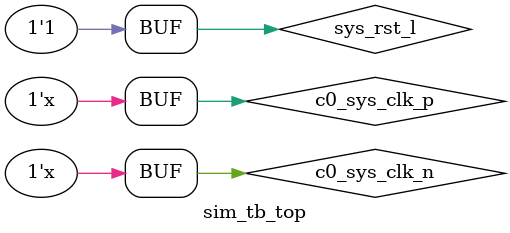
<source format=v>
`timescale 1ps / 1ps

module sim_tb_top;

    // common signals
    reg c0_sys_clk_p;
    reg c0_sys_clk_n;
    reg sys_rst_l;
  
    softmc_top UUT(
      .c0_sys_clk_p(c0_sys_clk_p),
      .c0_sys_clk_n(c0_sys_clk_n),
      .sys_rst_l(sys_rst_l)
  
  );
  
  initial
    c0_sys_clk_p = 1'b0;
  always
    c0_sys_clk_p = #(10000/2.0) ~c0_sys_clk_p;
    
  initial
    c0_sys_clk_n = 1'b1;
  always
    c0_sys_clk_n = #(10000/2.0) ~c0_sys_clk_n;
    
    
  initial begin
	  sys_rst_l = 1'b0;
	  #200000;
	  sys_rst_l = 1'b0;
	  #4500000;
	  sys_rst_l = 1'b1;
  end








endmodule

</source>
